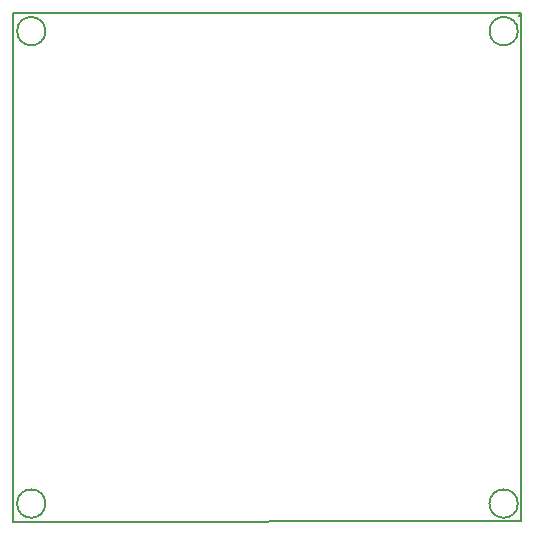
<source format=gm1>
%FSLAX25Y25*%
%MOIN*%
G70*
G01*
G75*
G04 Layer_Color=16711935*
%ADD10C,0.01000*%
%ADD11C,0.01500*%
%ADD12C,0.02000*%
%ADD13C,0.03937*%
%ADD14R,0.08268X0.08268*%
%ADD15R,0.08268X0.08268*%
%ADD16R,0.03150X0.02362*%
%ADD17R,0.02362X0.03150*%
%ADD18R,0.01083X0.00984*%
%ADD19R,0.00984X0.01083*%
%ADD20R,0.01181X0.01890*%
%ADD21R,0.01890X0.01181*%
%ADD22R,0.02362X0.02362*%
%ADD23R,0.02362X0.02362*%
%ADD24R,0.03347X0.02756*%
%ADD25R,0.01083X0.00984*%
%ADD26R,0.00984X0.01083*%
%ADD27R,0.02756X0.03347*%
%ADD28R,0.01378X0.00787*%
%ADD29R,0.01181X0.01181*%
%ADD30R,0.01378X0.00984*%
%ADD31R,0.01378X0.01181*%
G04:AMPARAMS|DCode=32|XSize=39.37mil|YSize=41.34mil|CornerRadius=5.91mil|HoleSize=0mil|Usage=FLASHONLY|Rotation=90.000|XOffset=0mil|YOffset=0mil|HoleType=Round|Shape=RoundedRectangle|*
%AMROUNDEDRECTD32*
21,1,0.03937,0.02953,0,0,90.0*
21,1,0.02756,0.04134,0,0,90.0*
1,1,0.01181,0.01476,0.01378*
1,1,0.01181,0.01476,-0.01378*
1,1,0.01181,-0.01476,-0.01378*
1,1,0.01181,-0.01476,0.01378*
%
%ADD32ROUNDEDRECTD32*%
G04:AMPARAMS|DCode=33|XSize=41.34mil|YSize=86.61mil|CornerRadius=6.2mil|HoleSize=0mil|Usage=FLASHONLY|Rotation=90.000|XOffset=0mil|YOffset=0mil|HoleType=Round|Shape=RoundedRectangle|*
%AMROUNDEDRECTD33*
21,1,0.04134,0.07421,0,0,90.0*
21,1,0.02894,0.08661,0,0,90.0*
1,1,0.01240,0.03711,0.01447*
1,1,0.01240,0.03711,-0.01447*
1,1,0.01240,-0.03711,-0.01447*
1,1,0.01240,-0.03711,0.01447*
%
%ADD33ROUNDEDRECTD33*%
G04:AMPARAMS|DCode=34|XSize=27.56mil|YSize=33.47mil|CornerRadius=0mil|HoleSize=0mil|Usage=FLASHONLY|Rotation=225.000|XOffset=0mil|YOffset=0mil|HoleType=Round|Shape=Rectangle|*
%AMROTATEDRECTD34*
4,1,4,-0.00209,0.02158,0.02158,-0.00209,0.00209,-0.02158,-0.02158,0.00209,-0.00209,0.02158,0.0*
%
%ADD34ROTATEDRECTD34*%

%ADD35O,0.06299X0.01181*%
%ADD36R,0.06299X0.01181*%
%ADD37O,0.01181X0.06299*%
%ADD38R,0.04800X0.05600*%
%ADD39R,0.05000X0.05000*%
%ADD40R,0.05000X0.07874*%
%ADD41R,0.07874X0.02756*%
%ADD42C,0.00600*%
%ADD43C,0.00800*%
%ADD44C,0.00500*%
%ADD45C,0.02000*%
%ADD46C,0.03000*%
%ADD47C,0.04000*%
%ADD48C,0.05000*%
%ADD49C,0.03000*%
%ADD50C,0.04000*%
%ADD51O,0.07874X0.03937*%
%ADD52O,0.03937X0.07874*%
%ADD53R,0.02362X0.03937*%
%ADD54R,0.02559X0.04921*%
%ADD55C,0.00787*%
%ADD56R,0.03937X0.05118*%
%ADD57R,0.01200X0.01800*%
%ADD58R,0.04921X0.02559*%
%ADD59R,0.05118X0.03937*%
%ADD60O,0.01378X0.02756*%
%ADD61R,0.07087X0.04331*%
G04:AMPARAMS|DCode=62|XSize=45mil|YSize=65mil|CornerRadius=5.63mil|HoleSize=0mil|Usage=FLASHONLY|Rotation=0.000|XOffset=0mil|YOffset=0mil|HoleType=Round|Shape=RoundedRectangle|*
%AMROUNDEDRECTD62*
21,1,0.04500,0.05375,0,0,0.0*
21,1,0.03375,0.06500,0,0,0.0*
1,1,0.01125,0.01688,-0.02688*
1,1,0.01125,-0.01688,-0.02688*
1,1,0.01125,-0.01688,0.02688*
1,1,0.01125,0.01688,0.02688*
%
%ADD62ROUNDEDRECTD62*%
%ADD63O,0.08661X0.02362*%
%ADD64R,0.11811X0.19685*%
%ADD65O,0.02953X0.01772*%
%ADD66R,0.08661X0.11811*%
%ADD67R,0.09843X0.01969*%
%ADD68P,0.03341X4X90.0*%
%ADD69R,0.03937X0.02362*%
%ADD70R,0.07874X0.07874*%
%ADD71R,0.05906X0.05118*%
%ADD72R,0.07874X0.07087*%
%ADD73R,0.05906X0.03150*%
%ADD74R,0.14704X0.04000*%
%ADD75C,0.01200*%
%ADD76C,0.00300*%
%ADD77R,0.35200X0.19400*%
%ADD78R,0.02472X0.02228*%
%ADD79C,0.04737*%
%ADD80R,0.09068X0.09068*%
%ADD81R,0.09068X0.09068*%
%ADD82R,0.03950X0.03162*%
%ADD83R,0.03162X0.03950*%
%ADD84R,0.01883X0.01784*%
%ADD85R,0.01784X0.01883*%
%ADD86R,0.01981X0.02690*%
%ADD87R,0.02690X0.01981*%
%ADD88R,0.03162X0.03162*%
%ADD89R,0.03162X0.03162*%
%ADD90R,0.04147X0.03556*%
%ADD91R,0.01883X0.01784*%
%ADD92R,0.01784X0.01883*%
%ADD93R,0.03556X0.04147*%
%ADD94R,0.02178X0.01587*%
%ADD95R,0.01981X0.01981*%
%ADD96R,0.02178X0.01784*%
%ADD97R,0.02178X0.01981*%
G04:AMPARAMS|DCode=98|XSize=47.37mil|YSize=49.34mil|CornerRadius=7.11mil|HoleSize=0mil|Usage=FLASHONLY|Rotation=90.000|XOffset=0mil|YOffset=0mil|HoleType=Round|Shape=RoundedRectangle|*
%AMROUNDEDRECTD98*
21,1,0.04737,0.03513,0,0,90.0*
21,1,0.03316,0.04934,0,0,90.0*
1,1,0.01421,0.01756,0.01658*
1,1,0.01421,0.01756,-0.01658*
1,1,0.01421,-0.01756,-0.01658*
1,1,0.01421,-0.01756,0.01658*
%
%ADD98ROUNDEDRECTD98*%
G04:AMPARAMS|DCode=99|XSize=49.34mil|YSize=94.61mil|CornerRadius=7.4mil|HoleSize=0mil|Usage=FLASHONLY|Rotation=90.000|XOffset=0mil|YOffset=0mil|HoleType=Round|Shape=RoundedRectangle|*
%AMROUNDEDRECTD99*
21,1,0.04934,0.07981,0,0,90.0*
21,1,0.03454,0.09461,0,0,90.0*
1,1,0.01480,0.03991,0.01727*
1,1,0.01480,0.03991,-0.01727*
1,1,0.01480,-0.03991,-0.01727*
1,1,0.01480,-0.03991,0.01727*
%
%ADD99ROUNDEDRECTD99*%
G04:AMPARAMS|DCode=100|XSize=35.56mil|YSize=41.47mil|CornerRadius=0mil|HoleSize=0mil|Usage=FLASHONLY|Rotation=225.000|XOffset=0mil|YOffset=0mil|HoleType=Round|Shape=Rectangle|*
%AMROTATEDRECTD100*
4,1,4,-0.00209,0.02723,0.02723,-0.00209,0.00209,-0.02723,-0.02723,0.00209,-0.00209,0.02723,0.0*
%
%ADD100ROTATEDRECTD100*%

%ADD101O,0.07099X0.01981*%
%ADD102R,0.07099X0.01981*%
%ADD103O,0.01981X0.07099*%
%ADD104R,0.05600X0.06400*%
%ADD105R,0.05800X0.05800*%
%ADD106R,0.05800X0.08674*%
%ADD107R,0.08674X0.03556*%
%ADD108O,0.08674X0.04737*%
%ADD109O,0.04737X0.08674*%
%ADD110R,0.03162X0.04737*%
%ADD111R,0.03359X0.05721*%
%ADD112C,0.01587*%
%ADD113R,0.04737X0.05918*%
%ADD114R,0.02000X0.02600*%
%ADD115R,0.05721X0.03359*%
%ADD116R,0.05918X0.04737*%
%ADD117O,0.02178X0.03556*%
%ADD118R,0.07887X0.05131*%
G04:AMPARAMS|DCode=119|XSize=53mil|YSize=73mil|CornerRadius=6.63mil|HoleSize=0mil|Usage=FLASHONLY|Rotation=0.000|XOffset=0mil|YOffset=0mil|HoleType=Round|Shape=RoundedRectangle|*
%AMROUNDEDRECTD119*
21,1,0.05300,0.05975,0,0,0.0*
21,1,0.03975,0.07300,0,0,0.0*
1,1,0.01325,0.01988,-0.02988*
1,1,0.01325,-0.01988,-0.02988*
1,1,0.01325,-0.01988,0.02988*
1,1,0.01325,0.01988,0.02988*
%
%ADD119ROUNDEDRECTD119*%
%ADD120O,0.09461X0.03162*%
%ADD121R,0.12611X0.20485*%
%ADD122O,0.03753X0.02572*%
%ADD123R,0.09461X0.12611*%
%ADD124R,0.10642X0.02769*%
%ADD125P,0.04472X4X90.0*%
%ADD126R,0.04737X0.03162*%
%ADD127R,0.08674X0.08674*%
%ADD128R,0.06706X0.05918*%
%ADD129R,0.08674X0.07887*%
%ADD130R,0.06706X0.03950*%
%ADD131C,0.00984*%
%ADD132C,0.02362*%
%ADD133C,0.01969*%
%ADD134C,0.00787*%
%ADD135C,0.00700*%
%ADD136R,0.00800X0.04800*%
%ADD137R,0.00700X0.03600*%
%ADD138R,0.00600X0.02400*%
%ADD139R,0.00500X0.01500*%
%ADD140R,0.01575X0.11811*%
%ADD141R,0.01075X0.08000*%
D44*
X168110Y5906D02*
G03*
X168110Y5906I-4724J0D01*
G01*
X10630Y163386D02*
G03*
X10630Y163386I-4724J0D01*
G01*
X168110D02*
G03*
X168110Y163386I-4724J0D01*
G01*
X10630Y5906D02*
G03*
X10630Y5906I-4724J0D01*
G01*
X168484Y168484D02*
X169291Y169291D01*
X-0D02*
X169291D01*
X-0D02*
X0Y0D01*
X169291Y-0D02*
Y169291D01*
X0Y-74D02*
X169291Y-0D01*
X168110Y5906D02*
G03*
X168110Y5906I-4724J0D01*
G01*
X10630Y163386D02*
G03*
X10630Y163386I-4724J0D01*
G01*
X168110D02*
G03*
X168110Y163386I-4724J0D01*
G01*
X10630Y5906D02*
G03*
X10630Y5906I-4724J0D01*
G01*
X168484Y168484D02*
X169291Y169291D01*
X-0D02*
X169291D01*
X-0D02*
X0Y0D01*
X169291Y-0D02*
Y169291D01*
X0Y-74D02*
X169291Y-0D01*
M02*

</source>
